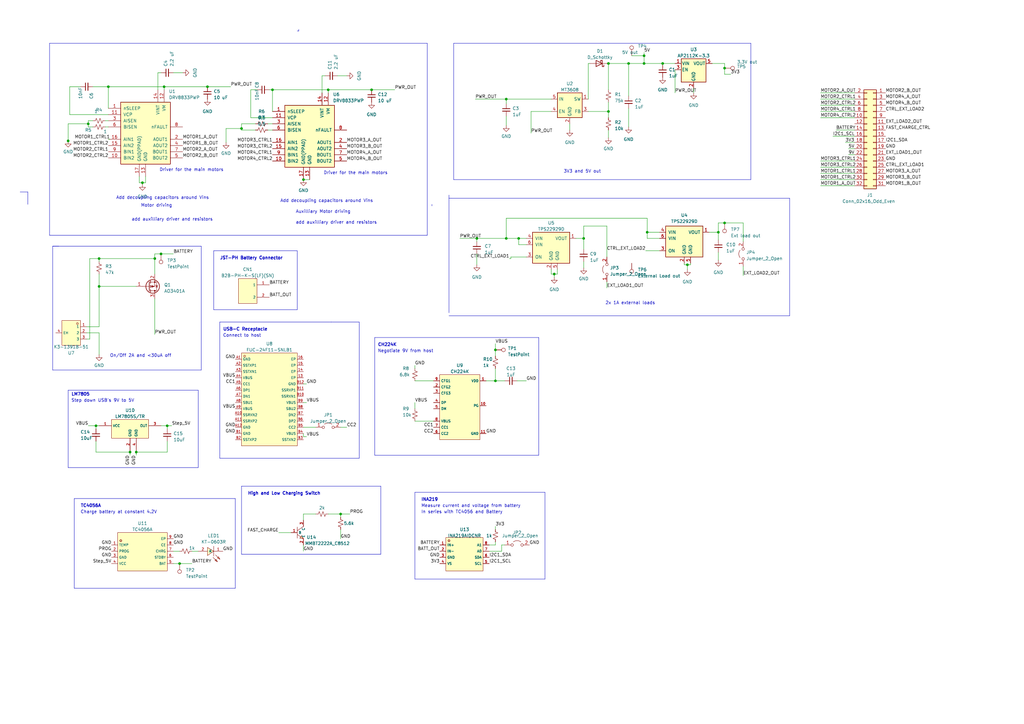
<source format=kicad_sch>
(kicad_sch (version 20230121) (generator eeschema)
  (paper "A3")
  (title_block (title "Power Supply Circuit") (date "2025-03-22"))
  (lib_symbols
    (symbol "CH224K:CH224K"
      (property "Reference" "U" (at 0 1.27 0))
      (property "Value" "CH224K" (at 0 -2.54 0))
      (symbol "CH224K_0_1"
        (pin unspecified line (at 10.16 10.16 180) (length 2.54) (name "VDD") (number "1"))
        (pin unspecified line (at 10.16 0 180) (length 2.54) (name "PG") (number "10"))
        (pin unspecified line (at 10.16 -11.43 180) (length 2.54) (name "GND") (number "11"))
        (pin unspecified line (at -11.43 7.62 0) (length 2.54) (name "CFG2") (number "2"))
        (pin unspecified line (at -11.43 5.08 0) (length 2.54) (name "CFG3") (number "3"))
        (pin unspecified line (at -11.43 1.27 0) (length 2.54) (name "DP") (number "4"))
        (pin unspecified line (at -11.43 -1.27 0) (length 2.54) (name "DM") (number "5"))
        (pin unspecified line (at -11.43 -11.43 0) (length 2.54) (name "CC2") (number "6"))
        (pin unspecified line (at -11.43 -8.89 0) (length 2.54) (name "CC1") (number "7"))
        (pin unspecified line (at -11.43 -6.35 0) (length 2.54) (name "VBUS") (number "8"))
        (pin unspecified line (at -11.43 10.16 0) (length 2.54) (name "CFG1") (number "9"))
      )
    )
    (symbol "Connector:TestPoint" (pin_numbers hide) (pin_names (offset 0.762) hide)
      (property "Reference" "TP" (at 0 6.858 0))
      (property "Value" "TestPoint" (at 0 5.08 0))
      (symbol "TestPoint_1_1"
        (pin passive line (at 0 0 90) (length 2.54) (name "1") (number "1"))
      )
    )
    (symbol "Connector_Generic:Conn_02x16_Odd_Even" (pin_names (offset 1.016) hide)
      (property "Reference" "J" (at 1.27 20.32 0))
      (property "Value" "Conn_02x16_Odd_Even" (at 1.27 -22.86 0))
      (symbol "Conn_02x16_Odd_Even_1_1"
        (pin passive line (at -5.08 17.78 0) (length 3.81) (name "Pin_1") (number "1"))
        (pin passive line (at 7.62 7.62 180) (length 3.81) (name "Pin_10") (number "10"))
        (pin passive line (at -5.08 5.08 0) (length 3.81) (name "Pin_11") (number "11"))
        (pin passive line (at 7.62 5.08 180) (length 3.81) (name "Pin_12") (number "12"))
        (pin passive line (at -5.08 2.54 0) (length 3.81) (name "Pin_13") (number "13"))
        (pin passive line (at 7.62 2.54 180) (length 3.81) (name "Pin_14") (number "14"))
        (pin passive line (at -5.08 0 0) (length 3.81) (name "Pin_15") (number "15"))
        (pin passive line (at 7.62 0 180) (length 3.81) (name "Pin_16") (number "16"))
        (pin passive line (at -5.08 -2.54 0) (length 3.81) (name "Pin_17") (number "17"))
        (pin passive line (at 7.62 -2.54 180) (length 3.81) (name "Pin_18") (number "18"))
        (pin passive line (at -5.08 -5.08 0) (length 3.81) (name "Pin_19") (number "19"))
        (pin passive line (at 7.62 17.78 180) (length 3.81) (name "Pin_2") (number "2"))
        (pin passive line (at 7.62 -5.08 180) (length 3.81) (name "Pin_20") (number "20"))
        (pin passive line (at -5.08 -7.62 0) (length 3.81) (name "Pin_21") (number "21"))
        (pin passive line (at 7.62 -7.62 180) (length 3.81) (name "Pin_22") (number "22"))
        (pin passive line (at -5.08 -10.16 0) (length 3.81) (name "Pin_23") (number "23"))
        (pin passive line (at 7.62 -10.16 180) (length 3.81) (name "Pin_24") (number "24"))
        (pin passive line (at -5.08 -12.7 0) (length 3.81) (name "Pin_25") (number "25"))
        (pin passive line (at 7.62 -12.7 180) (length 3.81) (name "Pin_26") (number "26"))
        (pin passive line (at -5.08 -15.24 0) (length 3.81) (name "Pin_27") (number "27"))
        (pin passive line (at 7.62 -15.24 180) (length 3.81) (name "Pin_28") (number "28"))
        (pin passive line (at -5.08 -17.78 0) (length 3.81) (name "Pin_29") (number "29"))
        (pin passive line (at -5.08 15.24 0) (length 3.81) (name "Pin_3") (number "3"))
        (pin passive line (at 7.62 -17.78 180) (length 3.81) (name "Pin_30") (number "30"))
        (pin passive line (at -5.08 -20.32 0) (length 3.81) (name "Pin_31") (number "31"))
        (pin passive line (at 7.62 -20.32 180) (length 3.81) (name "Pin_32") (number "32"))
        (pin passive line (at 7.62 15.24 180) (length 3.81) (name "Pin_4") (number "4"))
        (pin passive line (at -5.08 12.7 0) (length 3.81) (name "Pin_5") (number "5"))
        (pin passive line (at 7.62 12.7 180) (length 3.81) (name "Pin_6") (number "6"))
        (pin passive line (at -5.08 10.16 0) (length 3.81) (name "Pin_7") (number "7"))
        (pin passive line (at 7.62 10.16 180) (length 3.81) (name "Pin_8") (number "8"))
        (pin passive line (at -5.08 7.62 0) (length 3.81) (name "Pin_9") (number "9"))
      )
    )
    (symbol "Device:C_Small" (pin_numbers hide) (pin_names (offset 0.254) hide)
      (property "Reference" "C" (at 0.254 1.778 0))
      (property "Value" "C_Small" (at 0.254 -2.032 0))
      (symbol "C_Small_1_1"
        (pin passive line (at 0 2.54 270) (length 2.032) (name "~") (number "1"))
        (pin passive line (at 0 -2.54 90) (length 2.032) (name "~") (number "2"))
      )
    )
    (symbol "Device:D_Schottky" (pin_numbers hide) (pin_names (offset 1.016) hide)
      (property "Reference" "D" (at 0 2.54 0))
      (property "Value" "D_Schottky" (at 0 -2.54 0))
      (symbol "D_Schottky_1_1"
        (pin passive line (at -3.81 0 0) (length 2.54) (name "K") (number "1"))
        (pin passive line (at 3.81 0 180) (length 2.54) (name "A") (number "2"))
      )
    )
    (symbol "Device:R_Small_US" (pin_numbers hide) (pin_names (offset 0.254) hide)
      (property "Reference" "R" (at 0.762 0.508 0))
      (property "Value" "R_Small_US" (at 0.762 -1.016 0))
      (symbol "R_Small_US_1_1"
        (pin passive line (at 0 2.54 270) (length 1.016) (name "~") (number "1"))
        (pin passive line (at 0 -2.54 90) (length 1.016) (name "~") (number "2"))
      )
    )
    (symbol "Driver_Motor:DRV8833PWP" (pin_names (offset 1.016))
      (property "Reference" "U" (at -3.81 16.51 0))
      (property "Value" "DRV8833PWP" (at -3.81 13.97 0))
      (symbol "DRV8833PWP_1_1"
        (pin input line (at -15.24 10.16 0) (length 5.08) (name "nSLEEP") (number "1"))
        (pin input line (at -15.24 -10.16 0) (length 5.08) (name "BIN2") (number "10"))
        (pin bidirectional line (at -15.24 7.62 0) (length 5.08) (name "VCP") (number "11"))
        (pin power_in line (at 7.62 17.78 270) (length 5.08) (name "VM") (number "12"))
        (pin power_in line (at 0 -17.78 90) (length 5.08) (name "GND") (number "13"))
        (pin power_in line (at 5.08 17.78 270) (length 5.08) (name "VINT") (number "14"))
        (pin input line (at -15.24 -5.08 0) (length 5.08) (name "AIN2") (number "15"))
        (pin input line (at -15.24 -2.54 0) (length 5.08) (name "AIN1") (number "16"))
        (pin power_in line (at -2.54 -17.78 90) (length 5.08) (name "GND(PPAD)") (number "17"))
        (pin power_out line (at 15.24 -2.54 180) (length 5.08) (name "AOUT1") (number "2"))
        (pin bidirectional line (at -15.24 5.08 0) (length 5.08) (name "AISEN") (number "3"))
        (pin power_out line (at 15.24 -5.08 180) (length 5.08) (name "AOUT2") (number "4"))
        (pin power_out line (at 15.24 -10.16 180) (length 5.08) (name "BOUT2") (number "5"))
        (pin bidirectional line (at -15.24 2.54 0) (length 5.08) (name "BISEN") (number "6"))
        (pin power_out line (at 15.24 -7.62 180) (length 5.08) (name "BOUT1") (number "7"))
        (pin open_collector line (at 15.24 2.54 180) (length 5.08) (name "nFAULT") (number "8"))
        (pin input line (at -15.24 -7.62 0) (length 5.08) (name "BIN1") (number "9"))
      )
    )
    (symbol "FUC-24F11-SNLB1:FUC-24F11-SNLB1"
      (property "Reference" "U" (at 0 1.27 0))
      (property "Value" "FUC-24F11-SNLB1" (at 0 -2.54 0))
      (symbol "FUC-24F11-SNLB1_0_1"
        (pin unspecified line (at 13.97 8.89 180) (length 2.54) (name "EP") (number "13"))
        (pin unspecified line (at 13.97 11.43 180) (length 2.54) (name "EP") (number "14"))
        (pin unspecified line (at 13.97 13.97 180) (length 2.54) (name "EP") (number "15"))
        (pin unspecified line (at 13.97 16.51 180) (length 2.54) (name "EP") (number "16"))
        (pin unspecified line (at -13.97 16.51 0) (length 2.54) (name "GND") (number "A1"))
        (pin unspecified line (at -13.97 -6.35 0) (length 2.54) (name "SSRXN2") (number "A10"))
        (pin unspecified line (at -13.97 -8.89 0) (length 2.54) (name "SSRXP2") (number "A11"))
        (pin unspecified line (at -13.97 -11.43 0) (length 2.54) (name "GND") (number "A12"))
        (pin unspecified line (at -13.97 13.97 0) (length 2.54) (name "SSTXP1") (number "A2"))
        (pin unspecified line (at -13.97 11.43 0) (length 2.54) (name "SSTXN1") (number "A3"))
        (pin unspecified line (at -13.97 8.89 0) (length 2.54) (name "VBUS") (number "A4"))
        (pin unspecified line (at -13.97 6.35 0) (length 2.54) (name "CC1") (number "A5"))
        (pin unspecified line (at -13.97 3.81 0) (length 2.54) (name "DP1") (number "A6"))
        (pin unspecified line (at -13.97 1.27 0) (length 2.54) (name "DN1") (number "A7"))
        (pin unspecified line (at -13.97 -1.27 0) (length 2.54) (name "SBU1") (number "A8"))
        (pin unspecified line (at -13.97 -3.81 0) (length 2.54) (name "VBUS") (number "A9"))
        (pin unspecified line (at -13.97 -13.97 0) (length 2.54) (name "GND") (number "B1"))
        (pin unspecified line (at 13.97 1.27 180) (length 2.54) (name "SSRXN1") (number "B10"))
        (pin unspecified line (at 13.97 3.81 180) (length 2.54) (name "SSRXP1") (number "B11"))
        (pin unspecified line (at 13.97 6.35 180) (length 2.54) (name "GND") (number "B12"))
        (pin unspecified line (at -13.97 -16.51 0) (length 2.54) (name "SSTXP2") (number "B2"))
        (pin unspecified line (at 13.97 -16.51 180) (length 2.54) (name "SSTXN2") (number "B3"))
        (pin unspecified line (at 13.97 -13.97 180) (length 2.54) (name "VBUS") (number "B4"))
        (pin unspecified line (at 13.97 -11.43 180) (length 2.54) (name "CC2") (number "B5"))
        (pin unspecified line (at 13.97 -8.89 180) (length 2.54) (name "DP2") (number "B6"))
        (pin unspecified line (at 13.97 -6.35 180) (length 2.54) (name "DN2") (number "B7"))
        (pin unspecified line (at 13.97 -3.81 180) (length 2.54) (name "SBU2") (number "B8"))
        (pin unspecified line (at 13.97 -1.27 180) (length 2.54) (name "VBUS") (number "B9"))
      )
    )
    (symbol "INA219AIDCNR:INA219AIDCNR"
      (property "Reference" "U" (at 0 1.27 0))
      (property "Value" "INA219AIDCNR" (at 0 -2.54 0))
      (symbol "INA219AIDCNR_0_1"
        (pin unspecified line (at -10.16 3.81 0) (length 2.54) (name "IN+") (number "1"))
        (pin unspecified line (at -10.16 1.27 0) (length 2.54) (name "IN-") (number "2"))
        (pin unspecified line (at -10.16 -1.27 0) (length 2.54) (name "GND") (number "3"))
        (pin unspecified line (at -10.16 -3.81 0) (length 2.54) (name "VS") (number "4"))
        (pin unspecified line (at 10.16 -3.81 180) (length 2.54) (name "SCL") (number "5"))
        (pin unspecified line (at 10.16 -1.27 180) (length 2.54) (name "SDA") (number "6"))
        (pin unspecified line (at 10.16 1.27 180) (length 2.54) (name "A0") (number "7"))
        (pin unspecified line (at 10.16 3.81 180) (length 2.54) (name "A1") (number "8"))
      )
    )
    (symbol "Jumper:Jumper_2_Open" (pin_names (offset 0) hide)
      (property "Reference" "JP" (at 0 2.794 0))
      (property "Value" "Jumper_2_Open" (at 0 -2.286 0))
      (symbol "Jumper_2_Open_1_1"
        (pin passive line (at -5.08 0 0) (length 2.54) (name "A") (number "1"))
        (pin passive line (at 5.08 0 180) (length 2.54) (name "B") (number "2"))
      )
    )
    (symbol "Power_Management:TPS22929D" (pin_names (offset 1.016))
      (property "Reference" "U" (at -7.62 8.89 0))
      (property "Value" "TPS22929D" (at 7.62 8.89 0))
      (symbol "TPS22929D_1_1"
        (pin power_out line (at 10.16 5.08 180) (length 2.54) (name "VOUT") (number "1"))
        (pin power_in line (at 0 -7.62 90) (length 2.54) (name "GND") (number "2"))
        (pin input line (at -10.16 -2.54 0) (length 2.54) (name "ON") (number "3"))
        (pin power_in line (at -10.16 5.08 0) (length 2.54) (name "VIN") (number "4"))
        (pin power_in line (at 2.54 -7.62 90) (length 2.54) (name "GND") (number "5"))
        (pin power_in line (at -10.16 2.54 0) (length 2.54) (name "VIN") (number "6"))
      )
    )
    (symbol "Regulator_Linear:AP2112K-3.3" (pin_names (offset 0.254))
      (property "Reference" "U" (at -5.08 5.715 0))
      (property "Value" "AP2112K-3.3" (at 0 5.715 0))
      (symbol "AP2112K-3.3_1_1"
        (pin power_in line (at -7.62 2.54 0) (length 2.54) (name "VIN") (number "1"))
        (pin power_in line (at 0 -7.62 90) (length 2.54) (name "GND") (number "2"))
        (pin input line (at -7.62 0 0) (length 2.54) (name "EN") (number "3"))
        (pin no_connect line (at 5.08 0 180) (length 2.54) hide (name "NC") (number "4"))
        (pin power_out line (at 7.62 2.54 180) (length 2.54) (name "VOUT") (number "5"))
      )
    )
    (symbol "Regulator_Switching:MT3608"
      (property "Reference" "U" (at -2.54 8.89 0))
      (property "Value" "MT3608" (at -3.81 6.35 0))
      (symbol "MT3608_1_1"
        (pin passive line (at 7.62 2.54 180) (length 2.54) (name "SW") (number "1"))
        (pin power_in line (at 0 -7.62 90) (length 2.54) (name "GND") (number "2"))
        (pin input line (at 7.62 -2.54 180) (length 2.54) (name "FB") (number "3"))
        (pin input line (at -7.62 -2.54 0) (length 2.54) (name "EN") (number "4"))
        (pin power_in line (at -7.62 2.54 0) (length 2.54) (name "IN") (number "5"))
        (pin no_connect line (at 5.08 0 180) (length 2.54) hide (name "NC") (number "6"))
      )
    )
    (symbol "Slide Switch Korean Hroparts Elec:K3-1391B-51"
      (property "Reference" "U" (at 0 1.27 0))
      (property "Value" "K3-1391B-51" (at 0 -2.54 0))
      (symbol "K3-1391B-51_0_1"
        (pin unspecified line (at -6.35 2.54 0) (length 2.54) (name "1") (number "1"))
        (pin unspecified line (at -6.35 0 0) (length 2.54) (name "2") (number "2"))
        (pin unspecified line (at -6.35 -2.54 0) (length 2.54) (name "3") (number "3"))
        (pin unspecified line (at 6.35 0 180) (length 2.54) (name "EH") (number "4"))
      )
    )
    (symbol "Transistor_FET:AO3401A" (pin_names hide)
      (property "Reference" "Q" (at 5.08 1.905 0))
      (property "Value" "AO3401A" (at 5.08 0 0))
      (symbol "AO3401A_1_1"
        (pin input line (at -5.08 0 0) (length 2.54) (name "G") (number "1"))
        (pin passive line (at 2.54 -5.08 90) (length 2.54) (name "S") (number "2"))
        (pin passive line (at 2.54 5.08 270) (length 2.54) (name "D") (number "3"))
      )
    )
    (symbol "batt_conn:B2B-PH-K-S(LF)(SN)"
      (property "Reference" "CN" (at 0 1.27 0))
      (property "Value" "B2B-PH-K-S(LF)(SN)" (at 0 -2.54 0))
      (symbol "B2B-PH-K-S(LF)(SN)_0_1"
        (pin input line (at 6.35 2.54 180) (length 5.08) (name "1") (number "1"))
        (pin input line (at 6.35 -2.54 180) (length 5.08) (name "2") (number "2"))
      )
    )
    (symbol "led101:KT-0603R"
      (property "Reference" "LED" (at 0 1.27 0))
      (property "Value" "KT-0603R" (at 0 -2.54 0))
      (symbol "KT-0603R_0_1"
        (pin unspecified line (at -5.08 0 0) (length 3.81) (name "K") (number "1"))
        (pin unspecified line (at 5.08 0 180) (length 3.81) (name "A") (number "2"))
      )
    )
    (symbol "lm7805_low:LM7805S{slash}TR"
      (property "Reference" "U" (at 0 1.27 0))
      (property "Value" "LM7805S{slash}TR" (at 0 -2.54 0))
      (symbol "LM7805S{slash}TR_0_1"
        (pin power_in line (at -12.7 0 0) (length 5.08) (name "VCC") (number "1"))
        (pin power_in line (at 0 -10.16 90) (length 5.08) (name "GND") (number "2"))
        (pin power_in line (at 12.7 0 180) (length 5.08) (name "OUT") (number "3"))
        (pin power_in line (at 2.54 -10.16 90) (length 5.08) (name "GND") (number "4"))
      )
    )
    (symbol "new-npn:MMBT2222A_C8512"
      (property "Reference" "U" (at 0 1.27 0))
      (property "Value" "MMBT2222A_C8512" (at 0 -2.54 0))
      (symbol "MMBT2222A_C8512_0_1"
        (pin unspecified line (at -2.54 0 0) (length 2.54) (name "B") (number "1"))
        (pin unspecified line (at 2.54 -5.08 90) (length 2.54) (name "E") (number "2"))
        (pin unspecified line (at 2.54 5.08 270) (length 2.54) (name "C") (number "3"))
      )
    )
    (symbol "power:GND" (power) (pin_names (offset 0))
      (property "Value" "GND" (at 0 -3.81 0))
      (symbol "GND_1_1"
        (pin power_in line (at 0 0 270) (length 0) hide (name "GND") (number "1"))
      )
    )
    (symbol "tc4056:TC4056A"
      (property "Reference" "U" (at 0 1.27 0))
      (property "Value" "TC4056A" (at 0 -2.54 0))
      (symbol "TC4056A_0_1"
        (pin unspecified line (at -12.7 3.81 0) (length 2.54) (name "TEMP") (number "1"))
        (pin unspecified line (at -12.7 1.27 0) (length 2.54) (name "PROG") (number "2"))
        (pin unspecified line (at -12.7 -1.27 0) (length 2.54) (name "GND") (number "3"))
        (pin unspecified line (at -12.7 -3.81 0) (length 2.54) (name "VCC") (number "4"))
        (pin unspecified line (at 12.7 -3.81 180) (length 2.54) (name "BAT") (number "5"))
        (pin unspecified line (at 12.7 -1.27 180) (length 2.54) (name "STDBY") (number "6"))
        (pin unspecified line (at 12.7 1.27 180) (length 2.54) (name "CHRG") (number "7"))
        (pin unspecified line (at 12.7 3.81 180) (length 2.54) (name "CE") (number "8"))
        (pin unspecified line (at 12.7 6.35 180) (length 2.54) (name "EP") (number "9"))
      )
    )
  )
  (junction (at 207.645 40.64))
  (junction (at 281.94 108.585))
  (junction (at 257.81 26.035))
  (junction (at 124.46 73.66))
  (junction (at 55.88 185.42))
  (junction (at 203.2 156.21))
  (junction (at 264.16 22.86))
  (junction (at 297.18 27.94))
  (junction (at 294.64 95.25))
  (junction (at 203.2 143.51))
  (junction (at 53.34 185.42))
  (junction (at 249.555 45.72))
  (junction (at 297.18 91.44))
  (junction (at 239.395 97.79))
  (junction (at 73.66 231.14))
  (junction (at 111.76 36.83))
  (junction (at 44.45 35.56))
  (junction (at 63.5 106.045))
  (junction (at 195.58 97.79))
  (junction (at 152.4 36.83))
  (junction (at 271.78 26.035))
  (junction (at 134.62 36.83))
  (junction (at 39.37 174.625))
  (junction (at 67.31 35.56))
  (junction (at 265.43 95.25))
  (junction (at 249.555 26.035))
  (junction (at 40.64 117.475))
  (junction (at 58.42 74.93))
  (junction (at 36.195 50.8))
  (junction (at 27.94 57.785))
  (junction (at 99.06 52.705))
  (junction (at 227.33 112.395))
  (junction (at 85.09 35.56))
  (junction (at 207.645 97.79))
  (junction (at 212.725 97.79))
  (junction (at 40.64 106.045))
  (junction (at 66.04 104.14))
  (junction (at 264.16 26.035))
  (junction (at 68.58 174.625))
  (junction (at 139.7 210.82))
  (wire (pts (xy 67.31 36.83) (xy 67.31 35.56)))
  (wire (pts (xy 336.55 43.18) (xy 350.52 43.18)))
  (wire (pts (xy 68.58 174.625) (xy 66.04 174.625)))
  (wire (pts (xy 104.775 50.8) (xy 99.06 50.8)))
  (wire (pts (xy 212.725 100.33) (xy 212.725 97.79)))
  (wire (pts (xy 205.74 223.52) (xy 205.74 226.06)))
  (wire (pts (xy 264.16 21.59) (xy 264.16 22.86)))
  (wire (pts (xy 55.88 186.69) (xy 55.88 185.42)))
  (wire (pts (xy 203.2 223.52) (xy 203.2 222.25)))
  (wire (pts (xy 27.94 50.8) (xy 27.94 57.785)))
  (wire (pts (xy 264.16 22.86) (xy 264.16 26.035)))
  (wire (pts (xy 63.5 122.555) (xy 63.5 137.16)))
  (polyline (pts (xy 99.06 199.39) (xy 99.06 227.33)))
  (wire (pts (xy 102.87 48.26) (xy 111.76 48.26)))
  (wire (pts (xy 44.45 35.56) (xy 38.1 35.56)))
  (wire (pts (xy 228.6 110.49) (xy 228.6 112.395)))
  (wire (pts (xy 36.195 49.53) (xy 36.195 50.8)))
  (wire (pts (xy 68.58 185.42) (xy 68.58 180.975)))
  (wire (pts (xy 99.06 53.34) (xy 104.775 53.34)))
  (wire (pts (xy 215.9 100.33) (xy 212.725 100.33)))
  (polyline (pts (xy 99.06 199.39) (xy 156.21 199.39)))
  (wire (pts (xy 35.56 136.525) (xy 40.64 136.525)))
  (wire (pts (xy 170.18 165.1) (xy 170.18 167.64)))
  (wire (pts (xy 207.645 40.64) (xy 226.06 40.64)))
  (wire (pts (xy 297.18 30.48) (xy 297.18 27.94)))
  (wire (pts (xy 40.64 106.045) (xy 63.5 106.045)))
  (wire (pts (xy 71.12 29.845) (xy 74.93 29.845)))
  (wire (pts (xy 276.86 28.575) (xy 276.86 38.1)))
  (wire (pts (xy 27.94 50.8) (xy 36.195 50.8)))
  (wire (pts (xy 265.43 95.25) (xy 265.43 97.79)))
  (wire (pts (xy 66.04 104.14) (xy 71.12 104.14)))
  (polyline (pts (xy 153.67 138.43) (xy 153.67 186.69)))
  (wire (pts (xy 284.48 36.195) (xy 284.48 38.1)))
  (polyline (pts (xy 90.17 132.08) (xy 135.89 132.08)))
  (polyline (pts (xy 223.52 201.93) (xy 223.52 237.49)))
  (wire (pts (xy 59.69 74.93) (xy 58.42 74.93)))
  (wire (pts (xy 36.195 174.625) (xy 39.37 174.625)))
  (polyline (pts (xy 11.43 78.74) (xy 8.255 78.74)))
  (wire (pts (xy 336.55 66.04) (xy 350.52 66.04)))
  (wire (pts (xy 40.64 112.395) (xy 40.64 117.475)))
  (polyline (pts (xy 27.94 191.77) (xy 81.28 191.77)))
  (polyline (pts (xy 323.85 81.28) (xy 323.85 129.54)))
  (wire (pts (xy 297.18 30.48) (xy 299.72 30.48)))
  (wire (pts (xy 73.66 231.14) (xy 71.12 231.14)))
  (wire (pts (xy 239.395 107.315) (xy 239.395 109.855)))
  (polyline (pts (xy 90.17 187.96) (xy 147.32 187.96)))
  (wire (pts (xy 102.87 36.83) (xy 105.41 36.83)))
  (wire (pts (xy 63.5 112.395) (xy 63.5 106.045)))
  (wire (pts (xy 40.64 107.315) (xy 40.64 106.045)))
  (wire (pts (xy 264.795 102.87) (xy 270.51 102.87)))
  (wire (pts (xy 297.18 26.035) (xy 292.1 26.035)))
  (wire (pts (xy 257.81 26.035) (xy 257.81 39.37)))
  (wire (pts (xy 124.46 226.06) (xy 124.46 223.52)))
  (wire (pts (xy 203.2 156.21) (xy 207.01 156.21)))
  (wire (pts (xy 53.34 186.69) (xy 53.34 185.42)))
  (polyline (pts (xy 30.48 204.47) (xy 96.52 204.47)))
  (wire (pts (xy 44.45 35.56) (xy 67.31 35.56)))
  (wire (pts (xy 58.42 74.93) (xy 58.42 75.565)))
  (wire (pts (xy 283.21 107.95) (xy 283.21 108.585)))
  (wire (pts (xy 43.18 52.07) (xy 44.45 52.07)))
  (wire (pts (xy 39.37 185.42) (xy 53.34 185.42)))
  (wire (pts (xy 40.64 136.525) (xy 40.64 145.415)))
  (wire (pts (xy 209.55 105.41) (xy 209.55 106.045)))
  (wire (pts (xy 132.08 31.115) (xy 132.08 38.1)))
  (polyline (pts (xy 87.63 102.87) (xy 87.63 127)))
  (wire (pts (xy 207.645 97.79) (xy 207.645 89.535)))
  (wire (pts (xy 43.18 49.53) (xy 44.45 49.53)))
  (wire (pts (xy 271.78 26.035) (xy 271.78 26.67)))
  (polyline (pts (xy 323.85 129.54) (xy 184.15 129.54)))
  (wire (pts (xy 203.2 140.97) (xy 203.2 143.51)))
  (polyline (pts (xy 223.52 237.49) (xy 170.18 237.49)))
  (wire (pts (xy 249.555 53.34) (xy 249.555 56.515)))
  (polyline (pts (xy 82.55 100.965) (xy 82.55 151.765)))
  (wire (pts (xy 199.39 156.21) (xy 203.2 156.21)))
  (polyline (pts (xy 122.555 12.7) (xy 122.555 12.065)))
  (wire (pts (xy 55.88 185.42) (xy 55.88 184.785)))
  (wire (pts (xy 134.62 210.82) (xy 139.7 210.82)))
  (wire (pts (xy 248.92 92.71) (xy 248.92 105.41)))
  (wire (pts (xy 264.16 26.035) (xy 271.78 26.035)))
  (wire (pts (xy 236.22 97.79) (xy 239.395 97.79)))
  (wire (pts (xy 212.09 156.21) (xy 215.9 156.21)))
  (wire (pts (xy 265.43 95.25) (xy 270.51 95.25)))
  (wire (pts (xy 36.83 106.045) (xy 40.64 106.045)))
  (polyline (pts (xy 96.52 241.3) (xy 30.48 241.3)))
  (wire (pts (xy 205.74 226.06) (xy 200.66 226.06)))
  (wire (pts (xy 85.09 35.56) (xy 94.615 35.56)))
  (polyline (pts (xy 27.94 160.02) (xy 81.28 160.02)))
  (polyline (pts (xy 121.92 127) (xy 121.92 102.87)))
  (wire (pts (xy 134.62 36.83) (xy 152.4 36.83)))
  (wire (pts (xy 109.855 53.34) (xy 111.76 53.34)))
  (wire (pts (xy 39.37 180.975) (xy 39.37 185.42)))
  (wire (pts (xy 336.55 73.66) (xy 350.52 73.66)))
  (wire (pts (xy 290.83 95.25) (xy 294.64 95.25)))
  (polyline (pts (xy 170.18 201.93) (xy 223.52 201.93)))
  (wire (pts (xy 203.2 151.13) (xy 203.2 156.21)))
  (wire (pts (xy 200.66 223.52) (xy 203.2 223.52)))
  (polyline (pts (xy 186.055 17.78) (xy 307.975 17.78)))
  (wire (pts (xy 111.76 36.83) (xy 134.62 36.83)))
  (wire (pts (xy 110.49 36.83) (xy 111.76 36.83)))
  (wire (pts (xy 102.87 48.26) (xy 102.87 36.83)))
  (wire (pts (xy 35.56 133.985) (xy 40.64 133.985)))
  (polyline (pts (xy 170.18 237.49) (xy 170.18 201.93)))
  (wire (pts (xy 139.7 217.17) (xy 139.7 220.98)))
  (wire (pts (xy 212.725 97.79) (xy 215.9 97.79)))
  (wire (pts (xy 241.3 26.035) (xy 241.935 26.035)))
  (wire (pts (xy 271.78 26.035) (xy 276.86 26.035)))
  (wire (pts (xy 36.195 49.53) (xy 38.1 49.53)))
  (wire (pts (xy 294.64 91.44) (xy 294.64 95.25)))
  (wire (pts (xy 78.74 226.06) (xy 81.28 226.06)))
  (wire (pts (xy 124.46 210.82) (xy 129.54 210.82)))
  (wire (pts (xy 125.73 157.48) (xy 124.46 157.48)))
  (wire (pts (xy 239.395 92.71) (xy 248.92 92.71)))
  (wire (pts (xy 249.555 26.035) (xy 249.555 36.83)))
  (wire (pts (xy 170.18 156.21) (xy 177.8 156.21)))
  (wire (pts (xy 347.98 63.5) (xy 350.52 63.5)))
  (wire (pts (xy 139.7 210.82) (xy 143.51 210.82)))
  (polyline (pts (xy 307.975 73.66) (xy 307.975 17.78)))
  (wire (pts (xy 125.73 165.1) (xy 124.46 165.1)))
  (wire (pts (xy 248.92 115.57) (xy 248.92 118.11)))
  (wire (pts (xy 336.55 71.12) (xy 350.52 71.12)))
  (wire (pts (xy 280.67 108.585) (xy 281.94 108.585)))
  (wire (pts (xy 124.46 179.07) (xy 124.46 177.8)))
  (wire (pts (xy 45.085 57.15) (xy 44.45 57.15)))
  (wire (pts (xy 142.24 175.26) (xy 139.7 175.26)))
  (wire (pts (xy 233.68 50.8) (xy 233.68 53.34)))
  (wire (pts (xy 39.37 174.625) (xy 40.64 174.625)))
  (wire (pts (xy 53.34 185.42) (xy 53.34 184.785)))
  (wire (pts (xy 33.02 35.56) (xy 28.575 35.56)))
  (wire (pts (xy 67.31 35.56) (xy 85.09 35.56)))
  (polyline (pts (xy 90.17 132.08) (xy 90.17 187.96)))
  (wire (pts (xy 57.15 74.93) (xy 57.15 72.39)))
  (polyline (pts (xy 184.15 81.28) (xy 323.85 81.28)))
  (wire (pts (xy 40.64 117.475) (xy 40.64 133.985)))
  (polyline (pts (xy 153.67 138.43) (xy 220.98 138.43)))
  (wire (pts (xy 209.55 106.045) (xy 208.915 106.045)))
  (wire (pts (xy 257.81 44.45) (xy 257.81 52.07)))
  (wire (pts (xy 336.55 76.2) (xy 350.52 76.2)))
  (wire (pts (xy 195.58 97.79) (xy 195.58 99.06)))
  (wire (pts (xy 111.76 50.8) (xy 109.855 50.8)))
  (polyline (pts (xy 177.165 83.82) (xy 177.165 84.455)))
  (polyline (pts (xy 82.55 151.765) (xy 21.59 151.765)))
  (wire (pts (xy 194.945 40.64) (xy 207.645 40.64)))
  (wire (pts (xy 28.575 35.56) (xy 28.575 46.99)))
  (wire (pts (xy 188.595 97.79) (xy 195.58 97.79)))
  (wire (pts (xy 170.18 149.86) (xy 170.18 151.13)))
  (wire (pts (xy 99.06 50.8) (xy 99.06 52.705)))
  (wire (pts (xy 249.555 26.035) (xy 257.81 26.035)))
  (wire (pts (xy 294.64 95.25) (xy 294.64 98.425)))
  (polyline (pts (xy 186.055 17.78) (xy 186.055 73.66)))
  (wire (pts (xy 239.395 92.71) (xy 239.395 97.79)))
  (wire (pts (xy 36.195 50.8) (xy 36.195 52.07)))
  (wire (pts (xy 203.2 215.9) (xy 203.2 217.17)))
  (wire (pts (xy 265.43 89.535) (xy 265.43 95.25)))
  (wire (pts (xy 281.94 108.585) (xy 283.21 108.585)))
  (polyline (pts (xy 175.26 17.78) (xy 20.32 17.78)))
  (wire (pts (xy 294.64 103.505) (xy 294.64 106.68)))
  (wire (pts (xy 133.35 31.115) (xy 132.08 31.115)))
  (wire (pts (xy 207.01 223.52) (xy 205.74 223.52)))
  (wire (pts (xy 304.8 91.44) (xy 304.8 99.06)))
  (wire (pts (xy 207.645 47.625) (xy 207.645 51.435)))
  (wire (pts (xy 55.88 185.42) (xy 68.58 185.42)))
  (wire (pts (xy 226.06 112.395) (xy 227.33 112.395)))
  (polyline (pts (xy 96.52 204.47) (xy 96.52 241.3)))
  (polyline (pts (xy 21.59 100.965) (xy 82.55 100.965)))
  (polyline (pts (xy 99.06 227.33) (xy 156.21 227.33)))
  (polyline (pts (xy 20.32 17.78) (xy 20.32 96.52)))
  (wire (pts (xy 152.4 36.83) (xy 161.925 36.83)))
  (wire (pts (xy 170.18 172.72) (xy 177.8 172.72)))
  (polyline (pts (xy 87.63 127) (xy 121.92 127)))
  (polyline (pts (xy 147.32 132.08) (xy 147.32 187.96)))
  (polyline (pts (xy 121.92 12.7) (xy 122.555 12.7)))
  (polyline (pts (xy 81.28 191.77) (xy 81.28 160.02)))
  (polyline (pts (xy 135.89 132.08) (xy 147.32 132.08)))
  (wire (pts (xy 35.56 139.065) (xy 36.83 139.065)))
  (wire (pts (xy 78.74 231.14) (xy 73.66 231.14)))
  (wire (pts (xy 241.3 45.72) (xy 249.555 45.72)))
  (wire (pts (xy 66.04 29.845) (xy 64.77 29.845)))
  (wire (pts (xy 114.3 218.44) (xy 119.38 218.44)))
  (polyline (pts (xy 11.43 83.82) (xy 11.43 78.74)))
  (wire (pts (xy 129.54 175.26) (xy 124.46 175.26)))
  (wire (pts (xy 226.06 45.72) (xy 217.805 45.72)))
  (wire (pts (xy 336.55 38.1) (xy 350.52 38.1)))
  (wire (pts (xy 40.64 117.475) (xy 55.88 117.475)))
  (wire (pts (xy 341.63 55.88) (xy 350.52 55.88)))
  (wire (pts (xy 239.395 97.79) (xy 239.395 102.235)))
  (wire (pts (xy 281.94 108.585) (xy 281.94 110.49)))
  (wire (pts (xy 342.9 53.34) (xy 350.52 53.34)))
  (polyline (pts (xy 156.21 227.33) (xy 156.21 199.39)))
  (wire (pts (xy 68.58 174.625) (xy 68.58 175.895)))
  (wire (pts (xy 336.55 40.64) (xy 350.52 40.64)))
  (polyline (pts (xy 30.48 204.47) (xy 30.48 241.3)))
  (wire (pts (xy 227.33 112.395) (xy 227.33 113.665)))
  (wire (pts (xy 347.98 60.96) (xy 350.52 60.96)))
  (wire (pts (xy 294.64 91.44) (xy 297.18 91.44)))
  (wire (pts (xy 111.76 45.72) (xy 111.76 36.83)))
  (wire (pts (xy 297.18 27.94) (xy 297.18 26.035)))
  (wire (pts (xy 92.71 52.705) (xy 92.71 58.42)))
  (wire (pts (xy 27.94 57.785) (xy 27.94 58.42)))
  (polyline (pts (xy 87.63 102.87) (xy 121.92 102.87)))
  (polyline (pts (xy 153.67 186.69) (xy 220.98 186.69)))
  (wire (pts (xy 336.55 68.58) (xy 350.52 68.58)))
  (wire (pts (xy 134.62 38.1) (xy 134.62 36.83)))
  (wire (pts (xy 259.08 22.86) (xy 264.16 22.86)))
  (wire (pts (xy 257.81 26.035) (xy 264.16 26.035)))
  (wire (pts (xy 124.46 213.36) (xy 124.46 210.82)))
  (wire (pts (xy 249.555 45.72) (xy 249.555 48.26)))
  (wire (pts (xy 195.58 97.79) (xy 207.645 97.79)))
  (wire (pts (xy 39.37 174.625) (xy 39.37 175.895)))
  (wire (pts (xy 203.2 143.51) (xy 203.2 146.05)))
  (wire (pts (xy 63.5 104.14) (xy 66.04 104.14)))
  (wire (pts (xy 124.46 73.66) (xy 127 73.66)))
  (wire (pts (xy 28.575 46.99) (xy 44.45 46.99)))
  (polyline (pts (xy 175.26 96.52) (xy 175.26 17.78)))
  (wire (pts (xy 297.18 91.44) (xy 304.8 91.44)))
  (wire (pts (xy 346.71 58.42) (xy 350.52 58.42)))
  (polyline (pts (xy 184.15 80.01) (xy 184.15 128.27)))
  (polyline (pts (xy 220.98 138.43) (xy 220.98 186.69)))
  (wire (pts (xy 58.42 74.93) (xy 57.15 74.93)))
  (wire (pts (xy 227.33 112.395) (xy 228.6 112.395)))
  (wire (pts (xy 207.645 40.64) (xy 207.645 42.545)))
  (wire (pts (xy 304.8 109.22) (xy 304.8 113.03)))
  (wire (pts (xy 64.77 29.845) (xy 64.77 36.83)))
  (wire (pts (xy 36.195 52.07) (xy 38.1 52.07)))
  (wire (pts (xy 99.06 52.705) (xy 99.06 53.34)))
  (wire (pts (xy 249.555 41.91) (xy 249.555 45.72)))
  (wire (pts (xy 70.485 174.625) (xy 68.58 174.625)))
  (wire (pts (xy 241.3 40.64) (xy 241.3 26.035)))
  (polyline (pts (xy 21.59 151.765) (xy 21.59 100.965)))
  (wire (pts (xy 44.45 44.45) (xy 44.45 35.56)))
  (wire (pts (xy 139.7 210.82) (xy 139.7 212.09)))
  (wire (pts (xy 215.9 105.41) (xy 209.55 105.41)))
  (wire (pts (xy 71.12 226.06) (xy 73.66 226.06)))
  (wire (pts (xy 125.73 179.07) (xy 124.46 179.07)))
  (wire (pts (xy 226.06 110.49) (xy 226.06 112.395)))
  (wire (pts (xy 336.55 48.26) (xy 350.52 48.26)))
  (wire (pts (xy 270.51 97.79) (xy 265.43 97.79)))
  (wire (pts (xy 36.83 139.065) (xy 36.83 106.045)))
  (wire (pts (xy 280.67 107.95) (xy 280.67 108.585)))
  (wire (pts (xy 207.645 97.79) (xy 212.725 97.79)))
  (wire (pts (xy 207.645 89.535) (xy 265.43 89.535)))
  (polyline (pts (xy 20.32 96.52) (xy 175.26 96.52)))
  (wire (pts (xy 59.69 72.39) (xy 59.69 74.93)))
  (wire (pts (xy 99.06 52.705) (xy 92.71 52.705)))
  (wire (pts (xy 195.58 108.585) (xy 195.58 104.14)))
  (wire (pts (xy 336.55 45.72) (xy 350.52 45.72)))
  (wire (pts (xy 138.43 31.115) (xy 142.24 31.115)))
  (polyline (pts (xy 21.59 100.965) (xy 24.13 100.965)))
  (wire (pts (xy 217.805 45.72) (xy 217.805 54.61)))
  (polyline (pts (xy 27.94 160.02) (xy 27.94 191.77)))
  (wire (pts (xy 63.5 104.14) (xy 63.5 106.045)))
  (polyline (pts (xy 186.055 73.66) (xy 307.975 73.66)))
  (text "Measure current and voltage from battery" (at 172.72 208.28 0) (effects (font (size 1.27 1.27)) (justify left bottom)))
  (text "In series with TC4056 and Battery" (at 172.72 210.82 0) (effects (font (size 1.27 1.27)) (justify left bottom)))
  (text "TC4056A" (at 33.02 208.28 0) (effects (font (size 1.27 1.27) bold) (justify left bottom)))
  (text "CH224K\n" (at 154.94 142.24 0) (effects (font (size 1.27 1.27) (thickness 0.254) bold) (justify left bottom)))
  (text "On/Off 2A and <30uA off" (at 45.085 146.685 0) (effects (font (size 1.27 1.27)) (justify left bottom)))
  (text "3V3 and 5V out\n" (at 231.14 71.12 0) (effects (font (size 1.27 1.27)) (justify left bottom)))
  (text "Add decoupling capacitors around Vins\n" (at 47.625 81.915 0) (effects (font (size 1.27 1.27)) (justify left bottom)))
  (text "LM7805" (at 29.21 162.56 0) (effects (font (size 1.27 1.27) (thickness 0.254) bold) (justify left bottom)))
  (text "Driver for the main motors" (at 65.405 70.485 0) (effects (font (size 1.27 1.27)) (justify left bottom)))
  (text "High and Low Charging Switch" (at 101.6 203.2 0) (effects (font (size 1.27 1.27) (thickness 0.254) bold) (justify left bottom)))
  (text "add auxilliary driver and resistors\n" (at 53.975 90.805 0) (effects (font (size 1.27 1.27)) (justify left bottom)))
  (text "INA219" (at 172.72 205.74 0) (effects (font (size 1.27 1.27) (thickness 0.254) bold) (justify left bottom)))
  (text "Charge battery at constant 4.2V" (at 33.02 210.82 0) (effects (font (size 1.27 1.27)) (justify left bottom)))
  (text "Negotiate 9V from host" (at 154.94 144.78 0) (effects (font (size 1.27 1.27)) (justify left bottom)))
  (text "Driver for the main motors" (at 132.715 71.755 0) (effects (font (size 1.27 1.27)) (justify left bottom)))
  (text "USB-C Receptacle" (at 91.44 135.89 0) (effects (font (size 1.27 1.27) bold) (justify left bottom)))
  (text "Step down USB's 9V to 5V" (at 29.21 165.1 0) (effects (font (size 1.27 1.27)) (justify left bottom)))
  (text "add auxilliary driver and resistors\n" (at 121.285 92.075 0) (effects (font (size 1.27 1.27)) (justify left bottom)))
  (text "2x 1A external loads\n" (at 248.285 125.095 0) (effects (font (size 1.27 1.27)) (justify left bottom)))
  (text "Auxilliary Motor driving\n" (at 121.285 87.63 0) (effects (font (size 1.27 1.27)) (justify left bottom)))
  (text "Add decoupling capacitors around Vins\n" (at 114.935 83.185 0) (effects (font (size 1.27 1.27)) (justify left bottom)))
  (text "JST-PH Battery Connector" (at 90.17 106.68 0) (effects (font (size 1.27 1.27) (thickness 0.254) bold) (justify left bottom)))
  (text "Motor driving\n" (at 57.785 85.09 0) (effects (font (size 1.27 1.27)) (justify left bottom)))
  (text "Connect to host" (at 91.44 138.43 0) (effects (font (size 1.27 1.27)) (justify left bottom)))
  (label "FAST_CHARGE" (at 114.3 218.44 180))
  (label "GND" (at 55.88 186.69 270))
  (label "Step_5V" (at 45.72 231.14 180))
  (label "VBUS" (at 36.195 174.625 180))
  (label "3V3" (at 203.2 215.9 0))
  (label "MOTOR1_CTRL2" (at 44.45 59.69 180))
  (label "MOTOR4_CTRL1" (at 336.55 45.72 0))
  (label "MOTOR2_B_OUT" (at 74.93 64.77 0))
  (label "GND" (at 139.7 220.98 0))
  (label "MOTOR4_CTRL1" (at 111.76 63.5 180))
  (label "5V" (at 264.16 21.59 0))
  (label "MOTOR4_B_OUT" (at 142.24 66.04 0))
  (label "3V3" (at 346.71 58.42 0))
  (label "PWR_OUT" (at 188.595 97.79 0))
  (label "GND" (at 45.72 228.6 180))
  (label "BATTERY" (at 71.12 104.14 0))
  (label "MOTOR4_A_OUT" (at 363.22 40.64 0))
  (label "MOTOR1_A_OUT" (at 74.93 57.15 0))
  (label "MOTOR2_B_OUT" (at 363.22 38.1 0))
  (label "GND" (at 363.22 60.96 0))
  (label "MOTOR1_CTRL1" (at 336.55 71.12 0))
  (label "GND" (at 45.72 223.52 180))
  (label "EXT_LOAD2_OUT" (at 304.8 113.03 0))
  (label "Step_5V" (at 70.485 174.625 0))
  (label "PWR_OUT" (at 276.86 38.1 0))
  (label "GND" (at 124.46 226.06 0))
  (label "FAST_CHARGE_CTRL" (at 363.22 53.34 0))
  (label "GND" (at 53.34 186.69 270))
  (label "BATTERY" (at 180.34 223.52 180))
  (label "MOTOR3_CTRL1" (at 336.55 66.04 0))
  (label "PROG" (at 143.51 210.82 0))
  (label "EXT_LOAD2_OUT" (at 363.22 50.8 0))
  (label "VBUS" (at 96.52 154.94 180))
  (label "VBUS" (at 170.18 165.1 0))
  (label "GND" (at 125.73 157.48 0))
  (label "MOTOR4_CTRL2" (at 111.76 66.04 180))
  (label "PWR_OUT" (at 161.925 36.83 0))
  (label "EXT_LOAD1_OUT" (at 363.22 63.5 0))
  (label "MOTOR4_A_OUT" (at 142.24 63.5 0))
  (label "VBUS" (at 203.2 140.97 0))
  (label "CC1" (at 96.52 157.48 180))
  (label "GND" (at 363.22 66.04 0))
  (label "MOTOR4_CTRL2" (at 336.55 48.26 0))
  (label "CC1" (at 177.8 175.26 180))
  (label "3V3" (at 180.34 231.14 180))
  (label "PWR_OUT" (at 63.5 137.16 0))
  (label "VBUS" (at 96.52 167.64 180))
  (label "BATTERY" (at 110.49 116.84 0))
  (label "CTRL_EXT_LOAD1" (at 208.915 106.045 180))
  (label "MOTOR2_A_OUT" (at 336.55 38.1 0))
  (label "MOTOR3_CTRL2" (at 336.55 68.58 0))
  (label "BATTERY" (at 342.9 53.34 0))
  (label "PWR_OUT" (at 194.945 40.64 0))
  (label "MOTOR4_B_OUT" (at 363.22 43.18 0))
  (label "5V" (at 347.98 60.96 0))
  (label "BATTERY" (at 78.74 231.14 0))
  (label "MOTOR2_CTRL1" (at 44.45 62.23 180))
  (label "MOTOR1_CTRL1" (at 45.085 57.15 180))
  (label "MOTOR1_B_OUT" (at 74.93 59.69 0))
  (label "CC2" (at 142.24 175.26 0))
  (label "EXT_LOAD1_OUT" (at 248.92 118.11 0))
  (label "VBUS" (at 125.73 179.07 0))
  (label "GND" (at 91.44 226.06 0))
  (label "3V3" (at 299.72 30.48 0))
  (label "GND" (at 170.18 149.86 0))
  (label "MOTOR3_B_OUT" (at 142.24 60.96 0))
  (label "BATT_OUT" (at 180.34 226.06 180))
  (label "GND" (at 217.17 223.52 0))
  (label "VBUS" (at 125.73 165.1 0))
  (label "PWR_OUT" (at 217.805 54.61 0))
  (label "MOTOR3_A_OUT" (at 363.22 71.12 0))
  (label "MOTOR3_A_OUT" (at 142.24 58.42 0))
  (label "GND" (at 215.9 156.21 0))
  (label "MOTOR2_CTRL2" (at 44.45 64.77 180))
  (label "GND" (at 96.52 147.32 180))
  (label "CTRL_EXT_LOAD2" (at 363.22 45.72 0))
  (label "MOTOR2_CTRL2" (at 336.55 43.18 0))
  (label "GND" (at 71.12 220.98 0))
  (label "GND" (at 71.12 223.52 0))
  (label "I2C1_SDA" (at 200.66 228.6 0))
  (label "MOTOR2_A_OUT" (at 74.93 62.23 0))
  (label "MOTOR3_CTRL1" (at 111.76 58.42 180))
  (label "PROG" (at 45.72 226.06 180))
  (label "9V" (at 347.98 63.5 0))
  (label "GND" (at 96.52 175.26 180))
  (label "I2C1_SCL" (at 200.66 231.14 0))
  (label "MOTOR1_A_OUT" (at 336.55 76.2 0))
  (label "PWR_OUT" (at 94.615 35.56 0))
  (label "GND" (at 180.34 228.6 180))
  (label "MOTOR3_CTRL2" (at 111.76 60.96 180))
  (label "I2C1_SCL" (at 341.63 55.88 0))
  (label "CC2" (at 177.8 177.8 180))
  (label "GND" (at 96.52 177.8 180))
  (label "MOTOR1_CTRL2" (at 336.55 73.66 0))
  (label "MOTOR2_CTRL1" (at 336.55 40.64 0))
  (label "MOTOR1_B_OUT" (at 363.22 76.2 0))
  (label "GND" (at 199.39 177.8 0))
  (label "BATT_OUT" (at 110.49 121.92 0))
  (label "CTRL_EXT_LOAD2" (at 264.795 102.87 180))
  (label "I2C1_SDA" (at 363.22 58.42 0))
  (label "MOTOR3_B_OUT" (at 363.22 73.66 0))
  (label "CTRL_EXT_LOAD1" (at 363.22 68.58 0))
  (symbol (lib_id "Device:C_Small") (at 207.645 45.085 0) (unit 1)
    (property "Reference" "C3" (at 210.185 44.4563 0) (effects (justify left)))
    (property "Value" "1uF" (at 210.185 46.9963 0) (effects (justify left)))
    (property "Footprint" "Capacitor_SMD:C_0402_1005Metric_Pad0.74x0.62mm_HandSolder" (effects hide))
  )
  (symbol (lib_id "led101:KT-0603R") (at 86.36 226.06 180) (unit 1)
    (property "Reference" "LED1" (at 87.63 219.71 0))
    (property "Value" "KT-0603R" (at 87.63 222.25 0))
    (property "Footprint" "led101:LED0603-RD" (effects hide))
    (property "Datasheet" "https://item.szlcsc.com/347874.html" (effects hide))
    (property "LCSC" "C2286" (effects hide))
  )
  (symbol (lib_id "Driver_Motor:DRV8833PWP") (at 59.69 54.61 0) (unit 1)
    (property "Reference" "U1" (at 69.2659 37.465 0) (effects (justify left)))
    (property "Value" "DRV8833PWP" (at 69.2659 40.005 0) (effects (justify left)))
    (property "Footprint" "Package_SO:HTSSOP-16-1EP_4.4x5mm_P0.65mm_EP3.4x5mm_Mask2.46x2.31mm_ThermalVias" (effects hide))
    (property "Datasheet" "http://www.ti.com/lit/ds/symlink/drv8833.pdf" (effects hide))
  )
  (symbol (lib_id "power:GND") (at 249.555 56.515 0) (unit 1)
    (property "Reference" "#PWR02" (effects hide))
    (property "Value" "GND" (at 249.555 60.96 0))
  )
  (symbol (lib_id "Device:C_Small") (at 271.78 29.21 0) (unit 1)
    (property "Reference" "C1" (at 274.32 28.5813 0) (effects (justify left)))
    (property "Value" "1uF" (at 274.32 31.1213 0) (effects (justify left)))
    (property "Footprint" "Capacitor_SMD:C_0402_1005Metric_Pad0.74x0.62mm_HandSolder" (effects hide))
  )
  (symbol (lib_id "Device:C_Small") (at 39.37 178.435 0) (unit 1)
    (property "Reference" "C14" (at 33.02 177.165 0) (effects (justify left)))
    (property "Value" "10uF" (at 33.02 179.705 0) (effects (justify left)))
    (property "Footprint" "Capacitor_SMD:C_0402_1005Metric_Pad0.74x0.62mm_HandSolder" (effects hide))
  )
  (symbol (lib_id "Jumper:Jumper_2_Open") (at 248.92 110.49 90) (unit 1)
    (property "Reference" "JP3" (at 250.19 109.855 90) (effects (justify right)))
    (property "Value" "Jumper_2_Open" (at 250.19 112.395 90) (effects (justify right)))
    (property "Footprint" "Jumper:SolderJumper-2_P1.3mm_Open_TrianglePad1.0x1.5mm" (effects hide))
  )
  (symbol (lib_id "Device:R_Small_US") (at 40.64 49.53 90) (unit 1)
    (property "Reference" "R4" (at 40.64 45.085 90))
    (property "Value" "1" (at 39.37 45.72 90))
    (property "Footprint" "Resistor_SMD:R_1206_3216Metric_Pad1.30x1.75mm_HandSolder" (effects hide))
    (property "Part #" "C22936" (effects hide))
  )
  (symbol (lib_id "Slide Switch Korean Hroparts Elec:K3-1391B-51") (at 29.21 136.525 0) (mirror y) (unit 1)
    (property "Reference" "U7" (at 29.21 144.78 0))
    (property "Value" "K3-1391B-51" (at 29.21 142.24 0))
    (property "Footprint" "npn-new:SW-TH_K3-1391B-51" (effects hide))
    (property "Datasheet" "https://item.szlcsc.com/93849.html?ref=editor&logined=true" (effects hide))
    (property "LCSC" "C92656" (effects hide))
  )
  (symbol (lib_id "power:GND") (at 85.09 40.64 0) (unit 1)
    (property "Reference" "#PWR08" (effects hide))
    (property "Value" "GND" (at 85.09 45.72 0))
  )
  (symbol (lib_id "Device:C_Small") (at 107.95 36.83 90) (unit 1)
    (property "Reference" "C8" (at 105.41 36.195 0) (effects (justify left)))
    (property "Value" "10nF" (at 105.41 41.275 0) (effects (justify left)))
    (property "Footprint" "Capacitor_SMD:C_0402_1005Metric_Pad0.74x0.62mm_HandSolder" (effects hide))
    (property "Datasheet" "https://jlcpcb.com/api/file/downloadByFileSystemAccessId/8579706770736144384" (effects hide))
    (property "Part #" "C1710" (effects hide))
  )
  (symbol (lib_id "Device:R_Small_US") (at 203.2 219.71 0) (unit 1)
    (property "Reference" "R14" (effects hide))
    (property "Value" "1k" (at 199.39 219.71 0) (effects (justify left)))
    (property "Footprint" "Resistor_SMD:R_0402_1005Metric_Pad0.72x0.64mm_HandSolder" (effects hide))
  )
  (symbol (lib_id "FUC-24F11-SNLB1:FUC-24F11-SNLB1") (at 110.49 163.83 0) (unit 1)
    (property "Reference" "U8" (at 110.49 140.97 0))
    (property "Value" "FUC-24F11-SNLB1" (at 110.49 143.51 0))
    (property "Footprint" "usb c:USB-C-SMD_C67380" (effects hide))
    (property "Datasheet" "https://item.szlcsc.com/68475.html" (effects hide))
    (property "LCSC" "C67380" (effects hide))
  )
  (symbol (lib_id "Device:C_Small") (at 209.55 156.21 90) (unit 1)
    (property "Reference" "C13" (at 209.5563 151.13 90))
    (property "Value" "1uF" (at 209.5563 153.67 90))
    (property "Footprint" "Capacitor_SMD:C_0402_1005Metric_Pad0.74x0.62mm_HandSolder" (effects hide))
  )
  (symbol (lib_id "Connector:TestPoint") (at 73.66 231.14 180) (unit 1)
    (property "Reference" "TP2" (at 76.2 233.807 0) (effects (justify right)))
    (property "Value" "TestPoint" (at 76.2 236.347 0) (effects (justify right)))
    (property "Footprint" "TestPoint:TestPoint_Pad_1.0x1.0mm" (effects hide))
  )
  (symbol (lib_id "power:GND") (at 227.33 113.665 0) (unit 1)
    (property "Reference" "#PWR016" (effects hide))
    (property "Value" "GND" (at 227.33 118.745 0))
  )
  (symbol (lib_id "Jumper:Jumper_2_Open") (at 304.8 104.14 90) (unit 1)
    (property "Reference" "JP4" (at 306.07 103.505 90) (effects (justify right)))
    (property "Value" "Jumper_2_Open" (at 306.07 106.045 90) (effects (justify right)))
    (property "Footprint" "Jumper:SolderJumper-2_P1.3mm_Open_TrianglePad1.0x1.5mm" (effects hide))
  )
  (symbol (lib_id "Device:R_Small_US") (at 170.18 170.18 0) (unit 1)
    (property "Reference" "R9" (at 165.1 167.64 0) (effects (justify left)))
    (property "Value" "10k" (at 165.1 170.18 0) (effects (justify left)))
    (property "Footprint" "Resistor_SMD:R_0402_1005Metric_Pad0.72x0.64mm_HandSolder" (effects hide))
  )
  (symbol (lib_id "power:GND") (at 257.81 52.07 0) (unit 1)
    (property "Reference" "#PWR03" (effects hide))
    (property "Value" "GND" (at 257.81 57.15 0))
  )
  (symbol (lib_id "power:GND") (at 239.395 109.855 0) (unit 1)
    (property "Reference" "#PWR018" (effects hide))
    (property "Value" "GND" (at 239.395 114.3 0))
  )
  (symbol (lib_id "tc4056:TC4056A") (at 58.42 227.33 0) (unit 1)
    (property "Reference" "U11" (at 58.42 214.63 0))
    (property "Value" "TC4056A" (at 58.42 217.17 0))
    (property "Footprint" "tc4056:ESSOP-10_L4.9-W3.9-P1.0-LS6.0-TL-EP" (effects hide))
    (property "Datasheet" "https://atta.szlcsc.com/upload/public/pdf/source/20220909/99A730BF861B4E3F85141583932B02D1.pdf" (effects hide))
    (property "LCSC" "C84051" (effects hide))
  )
  (symbol (lib_id "Device:R_Small_US") (at 249.555 39.37 0) (unit 1)
    (property "Reference" "R1" (at 252.095 38.735 0) (effects (justify left)))
    (property "Value" "75k" (at 252.095 41.275 0) (effects (justify left)))
    (property "Footprint" "Resistor_SMD:R_0402_1005Metric_Pad0.72x0.64mm_HandSolder" (effects hide))
    (property "Part #" "C23242" (effects hide))
  )
  (symbol (lib_id "Device:C_Small") (at 294.64 100.965 0) (unit 1)
    (property "Reference" "C10" (at 297.815 100.3363 0) (effects (justify left)))
    (property "Value" "1uF" (at 297.815 102.8763 0) (effects (justify left)))
    (property "Footprint" "Capacitor_SMD:C_0402_1005Metric_Pad0.74x0.62mm_HandSolder" (effects hide))
  )
  (symbol (lib_id "Connector:TestPoint") (at 203.2 143.51 270) (unit 1)
    (property "Reference" "TP1" (at 208.28 142.875 90) (effects (justify left)))
    (property "Value" "TestPoint" (at 208.28 145.415 90) (effects (justify left)))
    (property "Footprint" "TestPoint:TestPoint_Pad_1.0x1.0mm" (effects hide))
  )
  (symbol (lib_id "power:GND") (at 142.24 31.115 90) (unit 1)
    (property "Reference" "#PWR023" (effects hide))
    (property "Value" "GND" (at 147.32 31.115 0))
  )
  (symbol (lib_id "power:GND") (at 284.48 38.1 0) (unit 1)
    (property "Reference" "#PWR06" (effects hide))
    (property "Value" "GND" (at 284.48 43.18 0))
  )
  (symbol (lib_id "Device:R_Small_US") (at 40.64 109.855 0) (unit 1)
    (property "Reference" "R3" (at 43.18 109.22 0) (effects (justify left)))
    (property "Value" "47k" (at 43.18 111.76 0) (effects (justify left)))
    (property "Footprint" "Resistor_SMD:R_0402_1005Metric_Pad0.72x0.64mm_HandSolder" (effects hide))
    (property "Part #" "C17713" (effects hide))
  )
  (symbol (lib_id "Device:R_Small_US") (at 76.2 226.06 90) (unit 1)
    (property "Reference" "R11" (effects hide))
    (property "Value" "1k" (at 78.74 224.79 90))
    (property "Footprint" "Resistor_SMD:R_0402_1005Metric_Pad0.72x0.64mm_HandSolder" (effects hide))
  )
  (symbol (lib_id "Connector:TestPoint") (at 259.08 107.95 180) (unit 1)
    (property "Reference" "TP6" (at 261.62 110.617 0) (effects (justify right)))
    (property "Value" "External Load out" (at 261.62 113.157 0) (effects (justify right)))
    (property "Footprint" "TestPoint:TestPoint_Pad_1.0x1.0mm" (effects hide))
  )
  (symbol (lib_id "batt_conn:B2B-PH-K-S(LF)(SN)") (at 104.14 119.38 0) (unit 1)
    (property "Reference" "CN1" (at 101.6 110.49 0))
    (property "Value" "B2B-PH-K-S(LF)(SN)" (at 101.6 113.03 0))
    (property "Footprint" "batt_conn:CONN-TH_B2B-PH-K-S" (effects hide))
    (property "Datasheet" "https://item.szlcsc.com/142630.html" (effects hide))
    (property "LCSC" "C131337" (effects hide))
  )
  (symbol (lib_id "Device:C_Small") (at 68.58 178.435 0) (unit 1)
    (property "Reference" "C15" (at 71.12 177.8063 0) (effects (justify left)))
    (property "Value" "10uF" (at 71.12 180.3463 0) (effects (justify left)))
    (property "Footprint" "Capacitor_SMD:C_0402_1005Metric_Pad0.74x0.62mm_HandSolder" (effects hide))
  )
  (symbol (lib_id "power:GND") (at 152.4 41.91 0) (unit 1)
    (property "Reference" "#PWR024" (effects hide))
    (property "Value" "GND" (at 152.4 46.99 0))
  )
  (symbol (lib_id "power:GND") (at 195.58 108.585 0) (unit 1)
    (property "Reference" "#PWR014" (effects hide))
    (property "Value" "GND" (at 195.58 113.665 0))
  )
  (symbol (lib_id "Device:R_Small_US") (at 249.555 50.8 0) (unit 1)
    (property "Reference" "R2" (at 252.095 50.165 0) (effects (justify left)))
    (property "Value" "10k" (at 252.095 52.705 0) (effects (justify left)))
    (property "Footprint" "Resistor_SMD:R_0402_1005Metric_Pad0.72x0.64mm_HandSolder" (effects hide))
    (property "Part #" "C17414" (effects hide))
  )
  (symbol (lib_id "power:GND") (at 233.68 53.34 0) (unit 1)
    (property "Reference" "#PWR04" (effects hide))
    (property "Value" "GND" (at 233.68 58.42 0))
  )
  (symbol (lib_id "Device:R_Small_US") (at 139.7 214.63 0) (unit 1)
    (property "Reference" "R13" (effects hide))
    (property "Value" "5.6k" (at 140.97 214.63 0) (effects (justify left)))
    (property "Footprint" "Resistor_SMD:R_0805_2012Metric_Pad1.20x1.40mm_HandSolder" (effects hide))
  )
  (symbol (lib_id "CH224K:CH224K") (at 189.23 166.37 0) (unit 1)
    (property "Reference" "U9" (at 188.595 149.86 0))
    (property "Value" "CH224K" (at 188.595 152.4 0))
    (property "Footprint" "ch224:ESSOP-10_L4.9-W3.9-P1.0-LS6.0-TL-EP" (effects hide))
    (property "Datasheet" "https://item.szlcsc.com/2976729.html" (effects hide))
    (property "LCSC" "C970725" (effects hide))
  )
  (symbol (lib_id "power:GND") (at 294.64 106.68 0) (unit 1)
    (property "Reference" "#PWR019" (effects hide))
    (property "Value" "GND" (at 294.64 111.76 0))
  )
  (symbol (lib_id "Power_Management:TPS22929D") (at 226.06 102.87 0) (unit 1)
    (property "Reference" "U5" (at 226.06 91.44 0))
    (property "Value" "TPS22929D" (at 226.06 93.98 0))
    (property "Footprint" "Package_TO_SOT_SMD:SOT-23-6" (effects hide))
    (property "Datasheet" "http://www.ti.com/lit/ds/symlink/tps22929d.pdf" (effects hide))
  )
  (symbol (lib_id "power:GND") (at 124.46 73.66 0) (unit 1)
    (property "Reference" "#PWR021" (effects hide))
    (property "Value" "GND" (at 124.46 78.105 0))
  )
  (symbol (lib_id "Device:C_Small") (at 35.56 35.56 90) (unit 1)
    (property "Reference" "C6" (at 37.465 40.64 0) (effects (justify left)))
    (property "Value" "10nF" (at 33.02 40.64 0) (effects (justify left)))
    (property "Footprint" "Capacitor_SMD:C_0402_1005Metric_Pad0.74x0.62mm_HandSolder" (effects hide))
    (property "Datasheet" "~https://jlcpcb.com/api/file/downloadByFileSystemAccessId/8579706770736144384" (effects hide))
    (property "Part #" "C1710" (effects hide))
  )
  (symbol (lib_id "Device:R_Small_US") (at 107.315 50.8 270) (unit 1)
    (property "Reference" "R6" (at 107.315 45.72 90))
    (property "Value" "0.5" (at 107.315 48.26 90))
    (property "Footprint" "Resistor_SMD:R_1206_3216Metric_Pad1.30x1.75mm_HandSolder" (effects hide))
  )
  (symbol (lib_id "Device:R_Small_US") (at 107.315 53.34 90) (unit 1)
    (property "Reference" "R7" (at 107.315 48.26 90))
    (property "Value" "0.5" (at 107.315 50.8 90))
    (property "Footprint" "Resistor_SMD:R_1206_3216Metric_Pad1.30x1.75mm_HandSolder" (effects hide))
  )
  (symbol (lib_id "Device:C_Small") (at 195.58 101.6 180) (unit 1)
    (property "Reference" "C7" (at 198.755 100.9586 0) (effects (justify right)))
    (property "Value" "1uF" (at 198.755 103.4986 0) (effects (justify right)))
    (property "Footprint" "Capacitor_SMD:C_0402_1005Metric_Pad0.74x0.62mm_HandSolder" (effects hide))
    (property "Part #" "C1848" (effects hide))
  )
  (symbol (lib_id "Device:C_Small") (at 239.395 104.775 0) (unit 1)
    (property "Reference" "C9" (at 241.935 104.1463 0) (effects (justify left)))
    (property "Value" "1uF" (at 241.935 106.6863 0) (effects (justify left)))
    (property "Footprint" "Capacitor_SMD:C_0402_1005Metric_Pad0.74x0.62mm_HandSolder" (effects hide))
  )
  (symbol (lib_id "Connector_Generic:Conn_02x16_Odd_Even") (at 358.14 55.88 0) (mirror y) (unit 1)
    (property "Reference" "J1" (at 355.6 80.01 0) (effects (justify right)))
    (property "Value" "Conn_02x16_Odd_Even" (at 345.44 82.55 0) (effects (justify right)))
    (property "Footprint" "Connector_PinHeader_2.54mm:PinHeader_2x16_P2.54mm_Vertical" (effects hide))
  )
  (symbol (lib_id "Device:R_Small_US") (at 132.08 210.82 90) (unit 1)
    (property "Reference" "R12" (effects hide))
    (property "Value" "2k" (at 132.08 208.28 90))
    (property "Footprint" "Resistor_SMD:R_0402_1005Metric_Pad0.72x0.64mm_HandSolder" (effects hide))
  )
  (symbol (lib_id "power:GND") (at 58.42 75.565 0) (unit 1)
    (property "Reference" "#PWR010" (effects hide))
    (property "Value" "GND" (at 58.42 80.645 0))
  )
  (symbol (lib_id "new-npn:MMBT2222A_C8512") (at 121.92 218.44 0) (unit 1)
    (property "Reference" "U14" (at 125.73 220.345 0) (effects (justify left)))
    (property "Value" "MMBT2222A_C8512" (at 125.095 222.885 0) (effects (justify left)))
    (property "Footprint" "npn-new:SOT-23-3_L2.9-W1.3-P1.90-LS2.4-BR" (effects hide))
    (property "Datasheet" "https://www.diodes.com/assets/Package-Files/SOT23.pdf" (effects hide))
    (property "LCSC" "C8512" (effects hide))
  )
  (symbol (lib_id "Connector:TestPoint") (at 297.18 91.44 180) (unit 1)
    (property "Reference" "TP7" (at 299.72 94.107 0) (effects (justify right)))
    (property "Value" "Ext load out" (at 299.72 96.647 0) (effects (justify right)))
    (property "Footprint" "TestPoint:TestPoint_Pad_1.0x1.0mm" (effects hide))
  )
  (symbol (lib_id "Connector:TestPoint") (at 259.08 22.86 0) (unit 1)
    (property "Reference" "TP4" (at 261.62 18.923 0) (effects (justify left)))
    (property "Value" "5V out" (at 261.62 21.463 0) (effects (justify right)))
    (property "Footprint" "TestPoint:TestPoint_Pad_1.0x1.0mm" (effects hide))
  )
  (symbol (lib_id "power:GND") (at 207.645 51.435 0) (unit 1)
    (property "Reference" "#PWR05" (effects hide))
    (property "Value" "GND" (at 207.645 55.88 0))
  )
  (symbol (lib_id "Connector:TestPoint") (at 297.18 27.94 270) (unit 1)
    (property "Reference" "TP5" (at 302.26 27.305 90) (effects (justify left)))
    (property "Value" "3.3V out" (at 302.26 25.4 90) (effects (justify left)))
    (property "Footprint" "TestPoint:TestPoint_Pad_1.0x1.0mm" (effects hide))
  )
  (symbol (lib_id "Jumper:Jumper_2_Open") (at 134.62 175.26 0) (unit 1)
    (property "Reference" "JP1" (at 134.62 170.18 0))
    (property "Value" "Jumper_2_Open" (at 134.62 172.72 0))
    (property "Footprint" "Jumper:SolderJumper-2_P1.3mm_Open_TrianglePad1.0x1.5mm" (effects hide))
  )
  (symbol (lib_id "Device:D_Schottky") (at 245.745 26.035 180) (unit 1)
    (property "Reference" "D1" (at 246.0625 20.955 0))
    (property "Value" "D_Schottky" (at 246.0625 23.495 0))
    (property "Footprint" "Diode_SMD:D_SMA" (effects hide))
    (property "Part #" "C2480" (effects hide))
  )
  (symbol (lib_id "power:GND") (at 27.94 57.785 0) (unit 1)
    (property "Reference" "#PWR09" (effects hide))
    (property "Value" "GND" (at 27.94 62.23 0))
  )
  (symbol (lib_id "power:GND") (at 40.64 145.415 0) (unit 1)
    (property "Reference" "#PWR013" (effects hide))
    (property "Value" "GND" (at 40.64 149.86 0))
  )
  (symbol (lib_id "power:GND") (at 92.71 58.42 0) (unit 1)
    (property "Reference" "#PWR015" (effects hide))
    (property "Value" "GND" (at 92.71 62.865 0))
  )
  (symbol (lib_id "Connector:TestPoint") (at 66.04 104.14 180) (unit 1)
    (property "Reference" "TP3" (at 68.58 106.807 0) (effects (justify right)))
    (property "Value" "TestPoint" (at 68.58 109.347 0) (effects (justify right)))
    (property "Footprint" "TestPoint:TestPoint_Pad_1.0x1.0mm" (effects hide))
  )
  (symbol (lib_id "Driver_Motor:DRV8833PWP") (at 127 55.88 0) (unit 1)
    (property "Reference" "U6" (at 136.5759 38.735 0) (effects (justify left)))
    (property "Value" "DRV8833PWP" (at 136.5759 41.275 0) (effects (justify left)))
    (property "Footprint" "Package_SO:HTSSOP-16-1EP_4.4x5mm_P0.65mm_EP3.4x5mm_Mask2.46x2.31mm_ThermalVias" (effects hide))
    (property "Datasheet" "http://www.ti.com/lit/ds/symlink/drv8833.pdf" (effects hide))
  )
  (symbol (lib_id "Regulator_Linear:AP2112K-3.3") (at 284.48 28.575 0) (unit 1)
    (property "Reference" "U3" (at 284.48 20.32 0))
    (property "Value" "AP2112K-3.3" (at 284.48 22.86 0))
    (property "Footprint" "Package_TO_SOT_SMD:SOT-23-5" (effects hide))
    (property "Datasheet" "https://www.diodes.com/assets/Datasheets/AP2112.pdf" (effects hide))
  )
  (symbol (lib_id "power:GND") (at 271.78 31.75 0) (unit 1)
    (property "Reference" "#PWR01" (effects hide))
    (property "Value" "GND" (at 271.78 36.83 0))
  )
  (symbol (lib_id "Regulator_Switching:MT3608") (at 233.68 43.18 0) (unit 1)
    (property "Reference" "U2" (at 233.68 34.29 0))
    (property "Value" "MT3608" (at 233.68 36.83 0))
    (property "Footprint" "Package_TO_SOT_SMD:SOT-23-6" (effects hide))
    (property "Datasheet" "https://www.olimex.com/Products/Breadboarding/BB-PWR-3608/resources/MT3608.pdf" (effects hide))
  )
  (symbol (lib_id "Device:R_Small_US") (at 170.18 153.67 0) (unit 1)
    (property "Reference" "R8" (at 165.1 151.13 0) (effects (justify left)))
    (property "Value" "6.8k" (at 163.83 153.67 0) (effects (justify left)))
    (property "Footprint" "Resistor_SMD:R_0805_2012Metric_Pad1.20x1.40mm_HandSolder" (effects hide))
  )
  (symbol (lib_id "Device:C_Small") (at 85.09 38.1 0) (unit 1)
    (property "Reference" "C5" (at 87.63 37.4713 0) (effects (justify left)))
    (property "Value" "10 uF" (at 87.63 40.0113 0) (effects (justify left)))
    (property "Footprint" "Capacitor_SMD:C_0402_1005Metric_Pad0.74x0.62mm_HandSolder" (effects hide))
  )
  (symbol (lib_id "Device:C_Small") (at 152.4 39.37 0) (unit 1)
    (property "Reference" "C12" (at 154.94 38.7413 0) (effects (justify left)))
    (property "Value" "10 uF" (at 154.94 41.2813 0) (effects (justify left)))
    (property "Footprint" "Capacitor_SMD:C_0402_1005Metric_Pad0.74x0.62mm_HandSolder" (effects hide))
  )
  (symbol (lib_id "Device:R_Small_US") (at 203.2 148.59 180) (unit 1)
    (property "Reference" "R10" (at 198.12 147.32 0) (effects (justify right)))
    (property "Value" "1k" (at 198.12 149.86 0) (effects (justify right)))
    (property "Footprint" "Resistor_SMD:R_0402_1005Metric_Pad0.72x0.64mm_HandSolder" (effects hide))
  )
  (symbol (lib_id "Device:C_Small") (at 135.89 31.115 90) (unit 1)
    (property "Reference" "C11" (at 135.2613 28.575 0) (effects (justify left)))
    (property "Value" "2.2 uF" (at 137.8013 28.575 0) (effects (justify left)))
    (property "Footprint" "Capacitor_SMD:C_0402_1005Metric_Pad0.74x0.62mm_HandSolder" (effects hide))
    (property "Part #" "C12530" (effects hide))
  )
  (symbol (lib_id "power:GND") (at 281.94 110.49 0) (unit 1)
    (property "Reference" "#PWR017" (effects hide))
    (property "Value" "GND" (at 281.94 115.57 0))
  )
  (symbol (lib_id "Power_Management:TPS22929D") (at 280.67 100.33 0) (unit 1)
    (property "Reference" "U4" (at 280.67 88.265 0))
    (property "Value" "TPS22929D" (at 280.67 90.805 0))
    (property "Footprint" "Package_TO_SOT_SMD:SOT-23-6" (effects hide))
    (property "Datasheet" "http://www.ti.com/lit/ds/symlink/tps22929d.pdf" (effects hide))
  )
  (symbol (lib_id "INA219AIDCNR:INA219AIDCNR") (at 190.5 227.33 0) (unit 1)
    (property "Reference" "U13" (at 190.5 217.17 0))
    (property "Value" "INA219AIDCNR" (at 190.5 219.71 0))
    (property "Footprint" "ina219:SOT-23-8_L3.0-W1.7-P0.65-LS2.8-BR" (effects hide))
    (property "Datasheet" "https://item.szlcsc.com/155588.html" (effects hide))
    (property "LCSC" "C87469" (effects hide))
  )
  (symbol (lib_id "Device:C_Small") (at 68.58 29.845 90) (unit 1)
    (property "Reference" "C4" (at 67.9513 27.305 0) (effects (justify left)))
    (property "Value" "2.2 uF" (at 70.4913 27.305 0) (effects (justify left)))
    (property "Footprint" "Capacitor_SMD:C_0402_1005Metric_Pad0.74x0.62mm_HandSolder" (effects hide))
    (property "Datasheet" "~https://jlcpcb.com/api/file/downloadByFileSystemAccessId/8586178550172540928" (effects hide))
    (property "Part #" "C12530" (effects hide))
  )
  (symbol (lib_id "Transistor_FET:AO3401A") (at 60.96 117.475 0) (mirror x) (unit 1)
    (property "Reference" "Q1" (at 67.31 116.84 0) (effects (justify left)))
    (property "Value" "AO3401A" (at 67.31 119.38 0) (effects (justify left)))
    (property "Footprint" "Package_TO_SOT_SMD:SOT-23" (effects hide))
    (property "Datasheet" "http://www.aosmd.com/pdfs/datasheet/AO3401A.pdf" (effects hide))
  )
  (symbol (lib_id "power:GND") (at 74.93 29.845 90) (unit 1)
    (property "Reference" "#PWR07" (effects hide))
    (property "Value" "GND" (at 80.01 29.845 0))
  )
  (symbol (lib_id "Jumper:Jumper_2_Open") (at 212.09 223.52 0) (unit 1)
    (property "Reference" "JP2" (at 212.09 218.44 0))
    (property "Value" "Jumper_2_Open" (at 213.36 219.71 0))
    (property "Footprint" "Jumper:SolderJumper-2_P1.3mm_Open_TrianglePad1.0x1.5mm" (effects hide))
  )
  (symbol (lib_id "Device:R_Small_US") (at 40.64 52.07 270) (unit 1)
    (property "Reference" "R5" (at 36.195 53.34 90))
    (property "Value" "1" (at 43.18 53.975 90))
    (property "Footprint" "Resistor_SMD:R_1206_3216Metric_Pad1.30x1.75mm_HandSolder" (effects hide))
    (property "Part #" "C22936" (effects hide))
  )
  (symbol (lib_id "Device:C_Small") (at 257.81 41.91 0) (unit 1)
    (property "Reference" "C2" (at 260.35 41.2813 0) (effects (justify left)))
    (property "Value" "1uF" (at 260.35 43.8213 0) (effects (justify left)))
    (property "Footprint" "Capacitor_SMD:C_0402_1005Metric_Pad0.74x0.62mm_HandSolder" (effects hide))
    (property "Datasheet" "~https://jlcpcb.com/api/file/downloadByFileSystemAccessId/8579707343598243840" (effects hide))
    (property "Part #" "C1848" (effects hide))
  )
  (symbol (lib_id "lm7805_low:LM7805S{slash}TR") (at 53.34 174.625 0) (unit 1)
    (property "Reference" "U10" (at 53.34 168.275 0))
    (property "Value" "LM7805S/TR" (at 53.34 170.815 0))
    (property "Footprint" "lm7805_low:TO-263-3_L8.6-W10.2-P2.54-LS14.4-BR" (effects hide))
    (property "Datasheet" "https://www.ti.com/cn/lit/ds/symlink/lm1117.pdf?ts=1620978284443" (effects hide))
    (property "LCSC" "C507146" (effects hide))
  )
)
</source>
